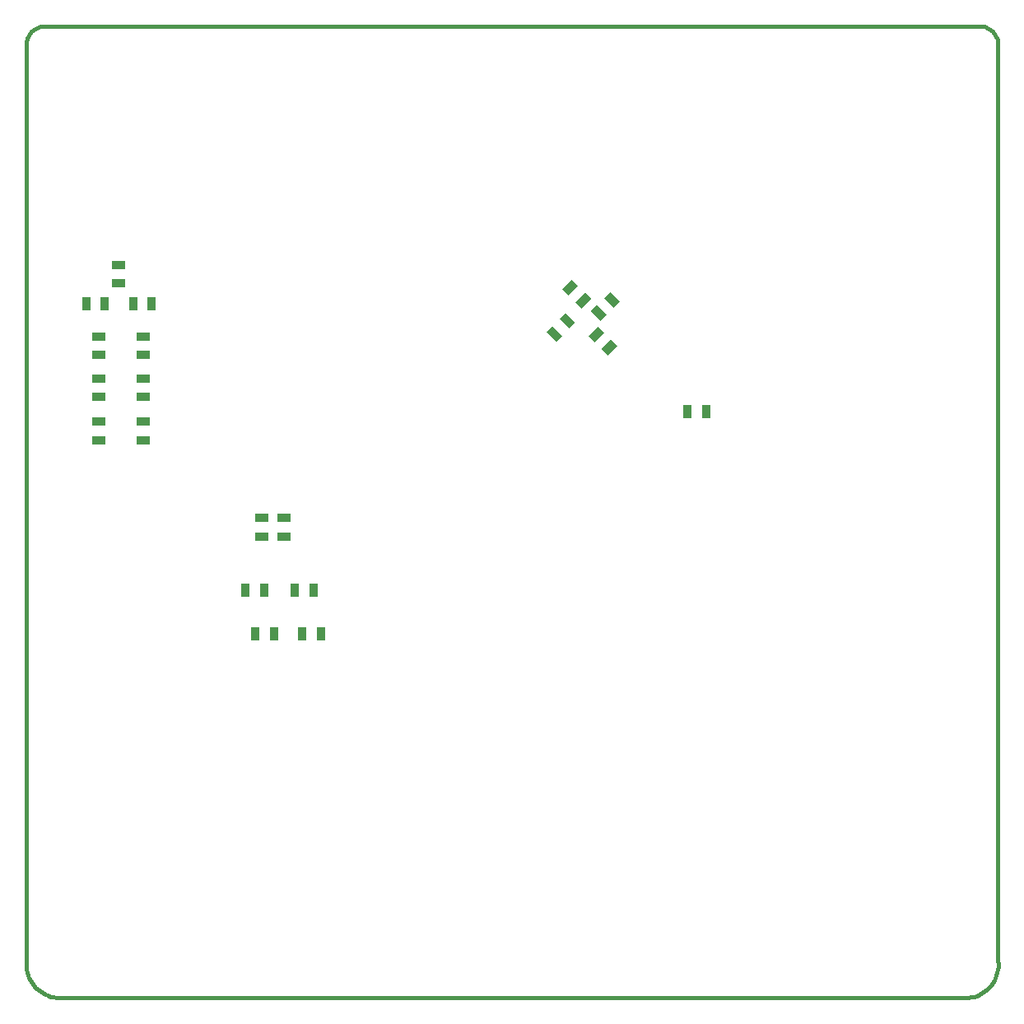
<source format=gbp>
G04 (created by PCBNEW-RS274X (2010-12-18 BZR 2669)-stable) date 2011-01-01T22:16:00 CET*
G01*
G70*
G90*
%MOIN*%
G04 Gerber Fmt 3.4, Leading zero omitted, Abs format*
%FSLAX34Y34*%
G04 APERTURE LIST*
%ADD10C,0.006000*%
%ADD11C,0.015000*%
%ADD12R,0.035000X0.055000*%
%ADD13R,0.055000X0.035000*%
G04 APERTURE END LIST*
G54D10*
G54D11*
X00850Y-39900D02*
X00850Y-02550D01*
X39000Y-41150D02*
X02300Y-41150D01*
X40200Y-02550D02*
X40200Y-39650D01*
X01600Y-01800D02*
X39450Y-01800D01*
X01600Y-01800D02*
X01535Y-01803D01*
X01470Y-01812D01*
X01406Y-01826D01*
X01344Y-01846D01*
X01284Y-01871D01*
X01226Y-01901D01*
X01170Y-01936D01*
X01118Y-01976D01*
X01070Y-02020D01*
X01026Y-02068D01*
X00986Y-02120D01*
X00951Y-02176D01*
X00921Y-02234D01*
X00896Y-02294D01*
X00876Y-02356D01*
X00862Y-02420D01*
X00853Y-02485D01*
X00850Y-02550D01*
X40200Y-02550D02*
X40197Y-02485D01*
X40188Y-02420D01*
X40174Y-02356D01*
X40154Y-02294D01*
X40129Y-02234D01*
X40099Y-02176D01*
X40064Y-02120D01*
X40024Y-02068D01*
X39980Y-02020D01*
X39932Y-01976D01*
X39880Y-01936D01*
X39825Y-01901D01*
X39766Y-01871D01*
X39706Y-01846D01*
X39644Y-01826D01*
X39580Y-01812D01*
X39515Y-01803D01*
X39450Y-01800D01*
X38999Y-41149D02*
X39116Y-41131D01*
X39231Y-41103D01*
X39343Y-41065D01*
X39451Y-41017D01*
X39555Y-40960D01*
X39653Y-40894D01*
X39746Y-40820D01*
X39831Y-40738D01*
X39909Y-40649D01*
X39979Y-40553D01*
X40041Y-40452D01*
X40093Y-40345D01*
X40136Y-40235D01*
X40169Y-40121D01*
X40192Y-40005D01*
X40205Y-39887D01*
X40207Y-39770D01*
X40199Y-39651D01*
X00851Y-39899D02*
X00865Y-40016D01*
X00889Y-40131D01*
X00923Y-40244D01*
X00966Y-40354D01*
X01019Y-40460D01*
X01081Y-40560D01*
X01152Y-40655D01*
X01231Y-40743D01*
X01316Y-40824D01*
X01409Y-40897D01*
X01508Y-40962D01*
X01612Y-41018D01*
X01720Y-41064D01*
X01832Y-41101D01*
X01947Y-41129D01*
X02064Y-41146D01*
X02182Y-41152D01*
X02299Y-41149D01*
G54D10*
G36*
X23617Y-14356D02*
X24006Y-13967D01*
X24253Y-14214D01*
X23864Y-14603D01*
X23617Y-14356D01*
X23617Y-14356D01*
G37*
G36*
X24147Y-14886D02*
X24536Y-14497D01*
X24783Y-14744D01*
X24394Y-15133D01*
X24147Y-14886D01*
X24147Y-14886D01*
G37*
G36*
X23733Y-12844D02*
X23344Y-13233D01*
X23097Y-12986D01*
X23486Y-12597D01*
X23733Y-12844D01*
X23733Y-12844D01*
G37*
G36*
X23203Y-12314D02*
X22814Y-12703D01*
X22567Y-12456D01*
X22956Y-12067D01*
X23203Y-12314D01*
X23203Y-12314D01*
G37*
G54D12*
X27625Y-17400D03*
X28375Y-17400D03*
G54D10*
G36*
X22694Y-13417D02*
X23083Y-13806D01*
X22836Y-14053D01*
X22447Y-13664D01*
X22694Y-13417D01*
X22694Y-13417D01*
G37*
G36*
X22164Y-13947D02*
X22553Y-14336D01*
X22306Y-14583D01*
X21917Y-14194D01*
X22164Y-13947D01*
X22164Y-13947D01*
G37*
G36*
X24106Y-13733D02*
X23717Y-13344D01*
X23964Y-13097D01*
X24353Y-13486D01*
X24106Y-13733D01*
X24106Y-13733D01*
G37*
G36*
X24636Y-13203D02*
X24247Y-12814D01*
X24494Y-12567D01*
X24883Y-12956D01*
X24636Y-13203D01*
X24636Y-13203D01*
G37*
G54D12*
X05925Y-13050D03*
X05175Y-13050D03*
X03275Y-13050D03*
X04025Y-13050D03*
G54D13*
X03800Y-17825D03*
X03800Y-18575D03*
X03800Y-16075D03*
X03800Y-16825D03*
X05600Y-17825D03*
X05600Y-18575D03*
X05600Y-16075D03*
X05600Y-16825D03*
X11300Y-22475D03*
X11300Y-21725D03*
G54D12*
X12475Y-24650D03*
X11725Y-24650D03*
G54D13*
X10400Y-22475D03*
X10400Y-21725D03*
X04600Y-12225D03*
X04600Y-11475D03*
G54D12*
X10125Y-26400D03*
X10875Y-26400D03*
G54D13*
X03800Y-15125D03*
X03800Y-14375D03*
X05600Y-15125D03*
X05600Y-14375D03*
G54D12*
X12775Y-26400D03*
X12025Y-26400D03*
X09725Y-24650D03*
X10475Y-24650D03*
M02*

</source>
